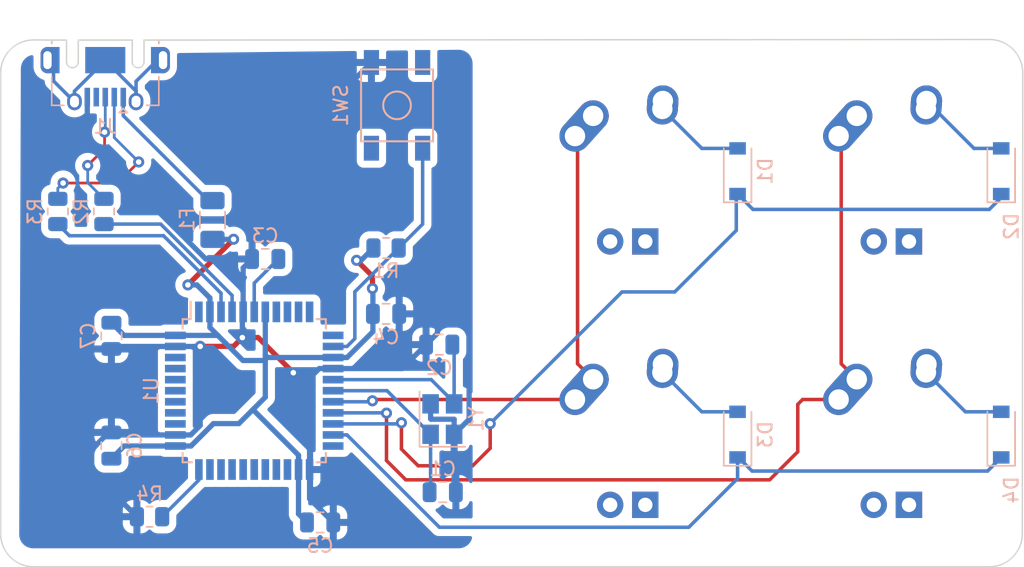
<source format=kicad_pcb>
(kicad_pcb (version 20211014) (generator pcbnew)
  (layers (0 "F.Cu" signal) (31 "B.Cu" signal) (34 "B.Paste" user) (35 "F.Paste" user) (36 "B.SilkS" user "B.Silkscreen") (37 "F.SilkS" user "F.Silkscreen") (38 "B.Mask" user) (39 "F.Mask" user) (44 "Edge.Cuts" user))
  (net 0 "")
  (net 1 "GND")
  (net 2 "Net-(C1-Pad2)")
  (net 3 "Net-(C2-Pad2)")
  (net 4 "Net-(C3-Pad1)")
  (net 5 "+5V")
  (net 6 "/ROW 0")
  (net 7 "Net-(D1-Pad2)")
  (net 8 "Net-(D2-Pad2)")
  (net 9 "/ROW 1")
  (net 10 "Net-(D3-Pad2)")
  (net 11 "Net-(D4-Pad2)")
  (net 12 "VCC")
  (net 13 "/COL 0")
  (net 14 "/COL 1")
  (net 15 "Net-(R1-Pad2)")
  (net 16 "/D+")
  (net 17 "Net-(R2-Pad2)")
  (net 18 "/D-")
  (net 19 "Net-(R3-Pad2)")
  (net 20 "Net-(R4-Pad1)")
  (net 44 "unconnected-(J1-Pad6)")
  (footprint "MX_Alps_Hybrid:MX-1U" (layer "F.Cu") (at 161.19475 87.28075)
    (fp_text reference "MX4")
    (fp_text value "MX-NoLED")
    (pad "" np_thru_hole circle locked (at 0 0) (size 3.9878 3.9878) (drill 3.9878) (layers *.Cu *.Mask))
    (pad "" np_thru_hole circle locked (at -5.08 0 48.0996) (size 1.75 1.75) (drill 1.75) (layers *.Cu *.Mask))
    (pad "" np_thru_hole circle locked (at 5.08 0 48.0996) (size 1.75 1.75) (drill 1.75) (layers *.Cu *.Mask))
    (pad "1" thru_hole circle locked (at -2.5 -4) (size 2.25 2.25) (drill 1.47) (layers *.Cu "B.Mask") (net 14 "/COL 1"))
    (pad "1" thru_hole oval locked (at -3.81 -2.54 48.0996) (size 4.211556 2.25) (drill 1.47 (offset 0.980778 0)) (layers *.Cu "B.Mask") (net 14 "/COL 1"))
    (pad "2" thru_hole circle locked (at 2.54 -5.08) (size 2.25 2.25) (drill 1.47) (layers *.Cu "B.Mask") (net 11 "Net-(D4-Pad2)"))
    (pad "2" thru_hole oval locked (at 2.5 -4.5 86.0548) (size 2.831378 2.25) (drill 1.47 (offset 0.290689 0)) (layers *.Cu "B.Mask") (net 11 "Net-(D4-Pad2)"))
    (pad "3" thru_hole circle locked (at -1.27 5.08) (size 1.905 1.905) (drill 1.04) (layers *.Cu "B.Mask"))
    (pad "4" thru_hole rect locked (at 1.27 5.08) (size 1.905 1.905) (drill 1.04) (layers *.Cu "B.Mask"))
  )
  (footprint "MX_Alps_Hybrid:MX-1U" (layer "F.Cu") (at 142.14475 87.28075)
    (fp_text reference "MX3")
    (fp_text value "MX-NoLED")
    (pad "" np_thru_hole circle locked (at -5.08 0 48.0996) (size 1.75 1.75) (drill 1.75) (layers *.Cu *.Mask))
    (pad "" np_thru_hole circle locked (at 5.08 0 48.0996) (size 1.75 1.75) (drill 1.75) (layers *.Cu *.Mask))
    (pad "" np_thru_hole circle locked (at 0 0) (size 3.9878 3.9878) (drill 3.9878) (layers *.Cu *.Mask))
    (pad "1" thru_hole circle locked (at -2.5 -4) (size 2.25 2.25) (drill 1.47) (layers *.Cu "B.Mask") (net 13 "/COL 0"))
    (pad "1" thru_hole oval locked (at -3.81 -2.54 48.0996) (size 4.211556 2.25) (drill 1.47 (offset 0.980778 0)) (layers *.Cu "B.Mask") (net 13 "/COL 0"))
    (pad "2" thru_hole circle locked (at 2.54 -5.08) (size 2.25 2.25) (drill 1.47) (layers *.Cu "B.Mask") (net 10 "Net-(D3-Pad2)"))
    (pad "2" thru_hole oval locked (at 2.5 -4.5 86.0548) (size 2.831378 2.25) (drill 1.47 (offset 0.290689 0)) (layers *.Cu "B.Mask") (net 10 "Net-(D3-Pad2)"))
    (pad "3" thru_hole circle locked (at -1.27 5.08) (size 1.905 1.905) (drill 1.04) (layers *.Cu "B.Mask"))
    (pad "4" thru_hole rect locked (at 1.27 5.08) (size 1.905 1.905) (drill 1.04) (layers *.Cu "B.Mask"))
  )
  (footprint "MX_Alps_Hybrid:MX-1U" (layer "F.Cu") (at 161.19475 68.23075)
    (fp_text reference "MX2")
    (fp_text value "MX-NoLED")
    (pad "" np_thru_hole circle locked (at 5.08 0 48.0996) (size 1.75 1.75) (drill 1.75) (layers *.Cu *.Mask))
    (pad "" np_thru_hole circle locked (at 0 0) (size 3.9878 3.9878) (drill 3.9878) (layers *.Cu *.Mask))
    (pad "" np_thru_hole circle locked (at -5.08 0 48.0996) (size 1.75 1.75) (drill 1.75) (layers *.Cu *.Mask))
    (pad "1" thru_hole oval locked (at -3.81 -2.54 48.0996) (size 4.211556 2.25) (drill 1.47 (offset 0.980778 0)) (layers *.Cu "B.Mask") (net 14 "/COL 1"))
    (pad "1" thru_hole circle locked (at -2.5 -4) (size 2.25 2.25) (drill 1.47) (layers *.Cu "B.Mask") (net 14 "/COL 1"))
    (pad "2" thru_hole circle locked (at 2.54 -5.08) (size 2.25 2.25) (drill 1.47) (layers *.Cu "B.Mask") (net 8 "Net-(D2-Pad2)"))
    (pad "2" thru_hole oval locked (at 2.5 -4.5 86.0548) (size 2.831378 2.25) (drill 1.47 (offset 0.290689 0)) (layers *.Cu "B.Mask") (net 8 "Net-(D2-Pad2)"))
    (pad "3" thru_hole circle locked (at -1.27 5.08) (size 1.905 1.905) (drill 1.04) (layers *.Cu "B.Mask"))
    (pad "4" thru_hole rect locked (at 1.27 5.08) (size 1.905 1.905) (drill 1.04) (layers *.Cu "B.Mask"))
  )
  (footprint "MX_Alps_Hybrid:MX-1U" (layer "F.Cu") (at 142.14475 68.23075)
    (fp_text reference "MX1")
    (fp_text value "MX-NoLED")
    (pad "" np_thru_hole circle locked (at 5.08 0 48.0996) (size 1.75 1.75) (drill 1.75) (layers *.Cu *.Mask))
    (pad "" np_thru_hole circle locked (at -5.08 0 48.0996) (size 1.75 1.75) (drill 1.75) (layers *.Cu *.Mask))
    (pad "" np_thru_hole circle locked (at 0 0) (size 3.9878 3.9878) (drill 3.9878) (layers *.Cu *.Mask))
    (pad "1" thru_hole oval locked (at -3.81 -2.54 48.0996) (size 4.211556 2.25) (drill 1.47 (offset 0.980778 0)) (layers *.Cu "B.Mask") (net 13 "/COL 0"))
    (pad "1" thru_hole circle locked (at -2.5 -4) (size 2.25 2.25) (drill 1.47) (layers *.Cu "B.Mask") (net 13 "/COL 0"))
    (pad "2" thru_hole oval locked (at 2.5 -4.5 86.0548) (size 2.831378 2.25) (drill 1.47 (offset 0.290689 0)) (layers *.Cu "B.Mask") (net 7 "Net-(D1-Pad2)"))
    (pad "2" thru_hole circle locked (at 2.54 -5.08) (size 2.25 2.25) (drill 1.47) (layers *.Cu "B.Mask") (net 7 "Net-(D1-Pad2)"))
    (pad "3" thru_hole circle locked (at -1.27 5.08) (size 1.905 1.905) (drill 1.04) (layers *.Cu "B.Mask"))
    (pad "4" thru_hole rect locked (at 1.27 5.08) (size 1.905 1.905) (drill 1.04) (layers *.Cu "B.Mask"))
  )
  (footprint "Capacitor_SMD:C_0805_2012Metric" (layer "B.Cu") (at 115.951 74.58075 180)
    (fp_text reference "C3" (at 0 1.68) (layer "B.SilkS") (effects (justify mirror)))
    (fp_text value "1uF")
    (fp_line (start -0.261252 0.735) (end 0.261252 0.735) (layer "B.SilkS") (width 0.12))
    (fp_line (start -0.261252 -0.735) (end 0.261252 -0.735) (layer "B.SilkS") (width 0.12))
    (pad "1" smd roundrect (at -0.95 0 180) (size 1 1.45) (layers "B.Cu" "B.Paste" "B.Mask") (net 4 "Net-(C3-Pad1)"))
    (pad "2" smd roundrect (at 0.95 0 180) (size 1 1.45) (layers "B.Cu" "B.Paste" "B.Mask") (net 1 "GND"))
  )
  (footprint "Capacitor_SMD:C_0805_2012Metric" (layer "B.Cu") (at 104.8385 88.0745 90)
    (fp_text reference "C6" (at 0 1.68 90) (layer "B.SilkS") (effects (justify mirror)))
    (fp_text value "0.1uF")
    (fp_line (start -0.261252 -0.735) (end 0.261252 -0.735) (layer "B.SilkS") (width 0.12))
    (fp_line (start -0.261252 0.735) (end 0.261252 0.735) (layer "B.SilkS") (width 0.12))
    (pad "1" smd roundrect (at -0.95 0 90) (size 1 1.45) (layers "B.Cu" "B.Paste" "B.Mask") (net 5 "+5V"))
    (pad "2" smd roundrect (at 0.95 0 90) (size 1 1.45) (layers "B.Cu" "B.Paste" "B.Mask") (net 1 "GND"))
  )
  (footprint "Capacitor_SMD:C_0805_2012Metric" (layer "B.Cu") (at 128.524 80.772)
    (fp_text reference "C2" (at 0 1.68) (layer "B.SilkS") (effects (justify mirror)))
    (fp_text value "22pF")
    (fp_line (start -0.261252 -0.735) (end 0.261252 -0.735) (layer "B.SilkS") (width 0.12))
    (fp_line (start -0.261252 0.735) (end 0.261252 0.735) (layer "B.SilkS") (width 0.12))
    (pad "1" smd roundrect (at -0.95 0) (size 1 1.45) (layers "B.Cu" "B.Paste" "B.Mask") (net 1 "GND"))
    (pad "2" smd roundrect (at 0.95 0) (size 1 1.45) (layers "B.Cu" "B.Paste" "B.Mask") (net 3 "Net-(C2-Pad2)"))
  )
  (footprint "Diode_SMD:D_SOD-123" (layer "B.Cu") (at 150.08225 68.23075 90)
    (fp_text reference "D1" (at 0 2 90) (layer "B.SilkS") (effects (justify mirror)))
    (fp_text value "D_Small")
    (fp_line (start -2.25 1) (end -2.25 -1) (layer "B.SilkS") (width 0.12))
    (fp_line (start -2.25 1) (end 1.65 1) (layer "B.SilkS") (width 0.12))
    (fp_line (start -2.25 -1) (end 1.65 -1) (layer "B.SilkS") (width 0.12))
    (pad "1" smd rect (at -1.65 0 90) (size 0.9 1.2) (layers "B.Cu" "B.Paste" "B.Mask") (net 6 "/ROW 0"))
    (pad "2" smd rect (at 1.65 0 90) (size 0.9 1.2) (layers "B.Cu" "B.Paste" "B.Mask") (net 7 "Net-(D1-Pad2)"))
  )
  (footprint "Package_QFP:TQFP-44_10x10mm_P0.8mm" (layer "B.Cu") (at 115.15725 84.10575 -90)
    (fp_text reference "U1" (at 0 7.45 90) (layer "B.SilkS") (effects (justify mirror)))
    (fp_text value "ATmega32U4-A")
    (fp_line (start -5.175 5.175) (end -5.175 4.6) (layer "B.SilkS") (width 0.15))
    (fp_line (start -5.175 4.6) (end -6.45 4.6) (layer "B.SilkS") (width 0.15))
    (fp_line (start 5.175 5.175) (end 5.175 4.5) (layer "B.SilkS") (width 0.15))
    (fp_line (start -5.175 5.175) (end -4.5 5.175) (layer "B.SilkS") (width 0.15))
    (fp_line (start -5.175 -5.175) (end -5.175 -4.5) (layer "B.SilkS") (width 0.15))
    (fp_line (start 5.175 -5.175) (end 5.175 -4.5) (layer "B.SilkS") (width 0.15))
    (fp_line (start -5.175 -5.175) (end -4.5 -5.175) (layer "B.SilkS") (width 0.15))
    (fp_line (start 5.175 -5.175) (end 4.5 -5.175) (layer "B.SilkS") (width 0.15))
    (fp_line (start 5.175 5.175) (end 4.5 5.175) (layer "B.SilkS") (width 0.15))
    (pad "1" smd rect (at -5.7 4 270) (size 1.5 0.55) (layers "B.Cu" "B.Paste" "B.Mask"))
    (pad "2" smd rect (at -5.7 3.2 270) (size 1.5 0.55) (layers "B.Cu" "B.Paste" "B.Mask") (net 5 "+5V"))
    (pad "3" smd rect (at -5.7 2.4 270) (size 1.5 0.55) (layers "B.Cu" "B.Paste" "B.Mask") (net 19 "Net-(R3-Pad2)"))
    (pad "4" smd rect (at -5.7 1.6 270) (size 1.5 0.55) (layers "B.Cu" "B.Paste" "B.Mask") (net 17 "Net-(R2-Pad2)"))
    (pad "5" smd rect (at -5.7 0.8 270) (size 1.5 0.55) (layers "B.Cu" "B.Paste" "B.Mask") (net 1 "GND"))
    (pad "6" smd rect (at -5.7 0 270) (size 1.5 0.55) (layers "B.Cu" "B.Paste" "B.Mask") (net 4 "Net-(C3-Pad1)"))
    (pad "7" smd rect (at -5.7 -0.8 270) (size 1.5 0.55) (layers "B.Cu" "B.Paste" "B.Mask") (net 5 "+5V"))
    (pad "8" smd rect (at -5.7 -1.6 270) (size 1.5 0.55) (layers "B.Cu" "B.Paste" "B.Mask"))
    (pad "9" smd rect (at -5.7 -2.4 270) (size 1.5 0.55) (layers "B.Cu" "B.Paste" "B.Mask"))
    (pad "10" smd rect (at -5.7 -3.2 270) (size 1.5 0.55) (layers "B.Cu" "B.Paste" "B.Mask"))
    (pad "11" smd rect (at -5.7 -4 270) (size 1.5 0.55) (layers "B.Cu" "B.Paste" "B.Mask"))
    (pad "12" smd rect (at -4 -5.7 180) (size 1.5 0.55) (layers "B.Cu" "B.Paste" "B.Mask"))
    (pad "13" smd rect (at -3.2 -5.7 180) (size 1.5 0.55) (layers "B.Cu" "B.Paste" "B.Mask") (net 15 "Net-(R1-Pad2)"))
    (pad "14" smd rect (at -2.4 -5.7 180) (size 1.5 0.55) (layers "B.Cu" "B.Paste" "B.Mask") (net 5 "+5V"))
    (pad "15" smd rect (at -1.6 -5.7 180) (size 1.5 0.55) (layers "B.Cu" "B.Paste" "B.Mask") (net 1 "GND"))
    (pad "16" smd rect (at -0.8 -5.7 180) (size 1.5 0.55) (layers "B.Cu" "B.Paste" "B.Mask") (net 3 "Net-(C2-Pad2)"))
    (pad "17" smd rect (at 0 -5.7 180) (size 1.5 0.55) (layers "B.Cu" "B.Paste" "B.Mask") (net 2 "Net-(C1-Pad2)"))
    (pad "18" smd rect (at 0.8 -5.7 180) (size 1.5 0.55) (layers "B.Cu" "B.Paste" "B.Mask") (net 13 "/COL 0"))
    (pad "19" smd rect (at 1.6 -5.7 180) (size 1.5 0.55) (layers "B.Cu" "B.Paste" "B.Mask") (net 14 "/COL 1"))
    (pad "20" smd rect (at 2.4 -5.7 180) (size 1.5 0.55) (layers "B.Cu" "B.Paste" "B.Mask") (net 6 "/ROW 0"))
    (pad "21" smd rect (at 3.2 -5.7 180) (size 1.5 0.55) (layers "B.Cu" "B.Paste" "B.Mask") (net 9 "/ROW 1"))
    (pad "22" smd rect (at 4 -5.7 180) (size 1.5 0.55) (layers "B.Cu" "B.Paste" "B.Mask"))
    (pad "23" smd rect (at 5.7 -4 270) (size 1.5 0.55) (layers "B.Cu" "B.Paste" "B.Mask") (net 1 "GND"))
    (pad "24" smd rect (at 5.7 -3.2 270) (size 1.5 0.55) (layers "B.Cu" "B.Paste" "B.Mask") (net 5 "+5V"))
    (pad "25" smd rect (at 5.7 -2.4 270) (size 1.5 0.55) (layers "B.Cu" "B.Paste" "B.Mask"))
    (pad "26" smd rect (at 5.7 -1.6 270) (size 1.5 0.55) (layers "B.Cu" "B.Paste" "B.Mask"))
    (pad "27" smd rect (at 5.7 -0.8 270) (size 1.5 0.55) (layers "B.Cu" "B.Paste" "B.Mask"))
    (pad "28" smd rect (at 5.7 0 270) (size 1.5 0.55) (layers "B.Cu" "B.Paste" "B.Mask"))
    (pad "29" smd rect (at 5.7 0.8 270) (size 1.5 0.55) (layers "B.Cu" "B.Paste" "B.Mask"))
    (pad "30" smd rect (at 5.7 1.6 270) (size 1.5 0.55) (layers "B.Cu" "B.Paste" "B.Mask"))
    (pad "31" smd rect (at 5.7 2.4 270) (size 1.5 0.55) (layers "B.Cu" "B.Paste" "B.Mask"))
    (pad "32" smd rect (at 5.7 3.2 270) (size 1.5 0.55) (layers "B.Cu" "B.Paste" "B.Mask"))
    (pad "33" smd rect (at 5.7 4 270) (size 1.5 0.55) (layers "B.Cu" "B.Paste" "B.Mask") (net 20 "Net-(R4-Pad1)"))
    (pad "34" smd rect (at 4 5.7 180) (size 1.5 0.55) (layers "B.Cu" "B.Paste" "B.Mask") (net 5 "+5V"))
    (pad "35" smd rect (at 3.2 5.7 180) (size 1.5 0.55) (layers "B.Cu" "B.Paste" "B.Mask") (net 1 "GND"))
    (pad "36" smd rect (at 2.4 5.7 180) (size 1.5 0.55) (layers "B.Cu" "B.Paste" "B.Mask"))
    (pad "37" smd rect (at 1.6 5.7 180) (size 1.5 0.55) (layers "B.Cu" "B.Paste" "B.Mask"))
    (pad "38" smd rect (at 0.8 5.7 180) (size 1.5 0.55) (layers "B.Cu" "B.Paste" "B.Mask"))
    (pad "39" smd rect (at 0 5.7 180) (size 1.5 0.55) (layers "B.Cu" "B.Paste" "B.Mask"))
    (pad "40" smd rect (at -0.8 5.7 180) (size 1.5 0.55) (layers "B.Cu" "B.Paste" "B.Mask"))
    (pad "41" smd rect (at -1.6 5.7 180) (size 1.5 0.55) (layers "B.Cu" "B.Paste" "B.Mask"))
    (pad "42" smd rect (at -2.4 5.7 180) (size 1.5 0.55) (layers "B.Cu" "B.Paste" "B.Mask"))
    (pad "43" smd rect (at -3.2 5.7 180) (size 1.5 0.55) (layers "B.Cu" "B.Paste" "B.Mask") (net 1 "GND"))
    (pad "44" smd rect (at -4 5.7 180) (size 1.5 0.55) (layers "B.Cu" "B.Paste" "B.Mask") (net 5 "+5V"))
  )
  (footprint "Capacitor_SMD:C_0805_2012Metric" (layer "B.Cu") (at 128.778 91.44 180)
    (fp_text reference "C1" (at 0 1.68) (layer "B.SilkS") (effects (justify mirror)))
    (fp_text value "22pF")
    (fp_line (start -0.261252 -0.735) (end 0.261252 -0.735) (layer "B.SilkS") (width 0.12))
    (fp_line (start -0.261252 0.735) (end 0.261252 0.735) (layer "B.SilkS") (width 0.12))
    (pad "1" smd roundrect (at -0.95 0 180) (size 1 1.45) (layers "B.Cu" "B.Paste" "B.Mask") (net 1 "GND"))
    (pad "2" smd roundrect (at 0.95 0 180) (size 1 1.45) (layers "B.Cu" "B.Paste" "B.Mask") (net 2 "Net-(C1-Pad2)"))
  )
  (footprint "Capacitor_SMD:C_0805_2012Metric" (layer "B.Cu") (at 104.8385 80.137 -90)
    (fp_text reference "C7" (at 0 1.68 90) (layer "B.SilkS") (effects (justify mirror)))
    (fp_text value "10uF")
    (fp_line (start -0.261252 -0.735) (end 0.261252 -0.735) (layer "B.SilkS") (width 0.12))
    (fp_line (start -0.261252 0.735) (end 0.261252 0.735) (layer "B.SilkS") (width 0.12))
    (pad "1" smd roundrect (at -0.95 0 270) (size 1 1.45) (layers "B.Cu" "B.Paste" "B.Mask") (net 5 "+5V"))
    (pad "2" smd roundrect (at 0.95 0 270) (size 1 1.45) (layers "B.Cu" "B.Paste" "B.Mask") (net 1 "GND"))
  )
  (footprint "Diode_SMD:D_SOD-123" (layer "B.Cu") (at 169.13225 87.28075 90)
    (fp_text reference "D4" (at -4.0005 0.73025 90) (layer "B.SilkS") (effects (justify mirror)))
    (fp_text value "D_Small")
    (fp_line (start -2.25 1) (end 1.65 1) (layer "B.SilkS") (width 0.12))
    (fp_line (start -2.25 -1) (end 1.65 -1) (layer "B.SilkS") (width 0.12))
    (fp_line (start -2.25 1) (end -2.25 -1) (layer "B.SilkS") (width 0.12))
    (pad "1" smd rect (at -1.65 0 90) (size 0.9 1.2) (layers "B.Cu" "B.Paste" "B.Mask") (net 9 "/ROW 1"))
    (pad "2" smd rect (at 1.65 0 90) (size 0.9 1.2) (layers "B.Cu" "B.Paste" "B.Mask") (net 11 "Net-(D4-Pad2)"))
  )
  (footprint "Random-keyboard-parts:SKQG-1155865" (layer "B.Cu") (at 125.476 63.46825 90)
    (fp_text reference "SW1" (at 0 -4.064 90) (layer "B.SilkS") (effects (justify mirror)))
    (fp_text value "SW_Push")
    (fp_line (start 2.6 -2.6) (end -2.6 -2.6) (layer "B.SilkS") (width 0.15))
    (fp_line (start -2.6 2.6) (end 2.6 2.6) (layer "B.SilkS") (width 0.15))
    (fp_line (start 2.6 2.6) (end 2.6 -2.6) (layer "B.SilkS") (width 0.15))
    (fp_line (start -2.6 -2.6) (end -2.6 2.6) (layer "B.SilkS") (width 0.15))
    (fp_circle (center 0 0) (end 1 0) (layer "B.SilkS") (width 0.15) (fill none))
    (pad "1" smd rect locked (at 3.1 -1.85 90) (size 1.8 1.1) (layers "B.Cu" "B.Paste" "B.Mask") (net 1 "GND"))
    (pad "2" smd rect locked (at -3.1 1.85 90) (size 1.8 1.1) (layers "B.Cu" "B.Paste" "B.Mask") (net 15 "Net-(R1-Pad2)"))
    (pad "3" smd rect locked (at 3.1 1.85 90) (size 1.8 1.1) (layers "B.Cu" "B.Paste" "B.Mask"))
    (pad "4" smd rect locked (at -3.1 -1.85 90) (size 1.8 1.1) (layers "B.Cu" "B.Paste" "B.Mask"))
  )
  (footprint "Diode_SMD:D_SOD-123" (layer "B.Cu") (at 169.13225 68.23075 90)
    (fp_text reference "D2" (at -4.0005 0.73025 90) (layer "B.SilkS") (effects (justify mirror)))
    (fp_text value "D_Small")
    (fp_line (start -2.25 -1) (end 1.65 -1) (layer "B.SilkS") (width 0.12))
    (fp_line (start -2.25 1) (end 1.65 1) (layer "B.SilkS") (width 0.12))
    (fp_line (start -2.25 1) (end -2.25 -1) (layer "B.SilkS") (width 0.12))
    (pad "1" smd rect (at -1.65 0 90) (size 0.9 1.2) (layers "B.Cu" "B.Paste" "B.Mask") (net 6 "/ROW 0"))
    (pad "2" smd rect (at 1.65 0 90) (size 0.9 1.2) (layers "B.Cu" "B.Paste" "B.Mask") (net 8 "Net-(D2-Pad2)"))
  )
  (footprint "Capacitor_SMD:C_0805_2012Metric" (layer "B.Cu") (at 119.91975 93.63075)
    (fp_text reference "C5" (at 0 1.68) (layer "B.SilkS") (effects (justify mirror)))
    (fp_text value "0.1uF")
    (fp_line (start -0.261252 0.735) (end 0.261252 0.735) (layer "B.SilkS") (width 0.12))
    (fp_line (start -0.261252 -0.735) (end 0.261252 -0.735) (layer "B.SilkS") (width 0.12))
    (pad "1" smd roundrect (at -0.95 0) (size 1 1.45) (layers "B.Cu" "B.Paste" "B.Mask") (net 5 "+5V"))
    (pad "2" smd roundrect (at 0.95 0) (size 1 1.45) (layers "B.Cu" "B.Paste" "B.Mask") (net 1 "GND"))
  )
  (footprint "Resistor_SMD:R_0805_2012Metric" (layer "B.Cu") (at 104.29875 71.1435 -90)
    (fp_text reference "R2" (at 0 1.65 90) (layer "B.SilkS") (effects (justify mirror)))
    (fp_text value "22")
    (fp_line (start -0.227064 0.735) (end 0.227064 0.735) (layer "B.SilkS") (width 0.12))
    (fp_line (start -0.227064 -0.735) (end 0.227064 -0.735) (layer "B.SilkS") (width 0.12))
    (pad "1" smd roundrect (at -0.9125 0 270) (size 1.025 1.4) (layers "B.Cu" "B.Paste" "B.Mask") (roundrect_rratio 0.243902439) (net 16 "/D+"))
    (pad "2" smd roundrect (at 0.9125 0 270) (size 1.025 1.4) (layers "B.Cu" "B.Paste" "B.Mask") (roundrect_rratio 0.243902439) (net 17 "Net-(R2-Pad2)"))
  )
  (footprint "Diode_SMD:D_SOD-123" (layer "B.Cu") (at 150.08225 87.28075 90)
    (fp_text reference "D3" (at 0 2 90) (layer "B.SilkS") (effects (justify mirror)))
    (fp_text value "D_Small")
    (fp_line (start -2.25 1) (end -2.25 -1) (layer "B.SilkS") (width 0.12))
    (fp_line (start -2.25 -1) (end 1.65 -1) (layer "B.SilkS") (width 0.12))
    (fp_line (start -2.25 1) (end 1.65 1) (layer "B.SilkS") (width 0.12))
    (pad "1" smd rect (at -1.65 0 90) (size 0.9 1.2) (layers "B.Cu" "B.Paste" "B.Mask") (net 9 "/ROW 1"))
    (pad "2" smd rect (at 1.65 0 90) (size 0.9 1.2) (layers "B.Cu" "B.Paste" "B.Mask") (net 10 "Net-(D3-Pad2)"))
  )
  (footprint "Fuse:Fuse_1206_3216Metric" (layer "B.Cu") (at 112.141 71.758 -90)
    (fp_text reference "F1" (at 0 1.82 90) (layer "B.SilkS") (effects (justify mirror)))
    (fp_text value "500mA")
    (fp_line (start -0.602064 0.91) (end 0.602064 0.91) (layer "B.SilkS") (width 0.12))
    (fp_line (start -0.602064 -0.91) (end 0.602064 -0.91) (layer "B.SilkS") (width 0.12))
    (pad "1" smd roundrect (at -1.4 0 270) (size 1.25 1.75) (layers "B.Cu" "B.Paste" "B.Mask") (roundrect_rratio 0.2) (net 12 "VCC"))
    (pad "2" smd roundrect (at 1.4 0 270) (size 1.25 1.75) (layers "B.Cu" "B.Paste" "B.Mask") (roundrect_rratio 0.2) (net 5 "+5V"))
  )
  (footprint "Crystal:Crystal_SMD_3225-4Pin_3.2x2.5mm" (layer "B.Cu") (at 128.751 86.15825 90)
    (fp_text reference "Y1" (at 0 2.45 90) (layer "B.SilkS") (effects (justify mirror)))
    (fp_text value "16MHz")
    (fp_line (start -2 1.65) (end -2 -1.65) (layer "B.SilkS") (width 0.12))
    (fp_line (start -2 -1.65) (end 2 -1.65) (layer "B.SilkS") (width 0.12))
    (pad "1" smd rect (at -1.1 -0.85 90) (size 1.4 1.2) (layers "B.Cu" "B.Paste" "B.Mask") (net 2 "Net-(C1-Pad2)"))
    (pad "2" smd rect (at 1.1 -0.85 90) (size 1.4 1.2) (layers "B.Cu" "B.Paste" "B.Mask") (net 1 "GND"))
    (pad "3" smd rect (at 1.1 0.85 90) (size 1.4 1.2) (layers "B.Cu" "B.Paste" "B.Mask") (net 3 "Net-(C2-Pad2)"))
    (pad "4" smd rect (at -1.1 0.85 90) (size 1.4 1.2) (layers "B.Cu" "B.Paste" "B.Mask") (net 1 "GND"))
  )
  (footprint "Capacitor_SMD:C_0805_2012Metric" (layer "B.Cu") (at 124.68225 78.5495)
    (fp_text reference "C4" (at 0 1.68) (layer "B.SilkS") (effects (justify mirror)))
    (fp_text value "0.1uF")
    (fp_line (start -0.261252 0.735) (end 0.261252 0.735) (layer "B.SilkS") (width 0.12))
    (fp_line (start -0.261252 -0.735) (end 0.261252 -0.735) (layer "B.SilkS") (width 0.12))
    (pad "1" smd roundrect (at -0.95 0) (size 1 1.45) (layers "B.Cu" "B.Paste" "B.Mask") (net 5 "+5V"))
    (pad "2" smd roundrect (at 0.95 0) (size 1 1.45) (layers "B.Cu" "B.Paste" "B.Mask") (net 1 "GND"))
  )
  (footprint "Resistor_SMD:R_0805_2012Metric" (layer "B.Cu") (at 124.68225 73.787)
    (fp_text reference "R1" (at 0 1.65) (layer "B.SilkS") (effects (justify mirror)))
    (fp_text value "10k")
    (fp_line (start -0.227064 0.735) (end 0.227064 0.735) (layer "B.SilkS") (width 0.12))
    (fp_line (start -0.227064 -0.735) (end 0.227064 -0.735) (layer "B.SilkS") (width 0.12))
    (pad "1" smd roundrect (at -0.9125 0) (size 1.025 1.4) (layers "B.Cu" "B.Paste" "B.Mask") (roundrect_rratio 0.243902439) (net 5 "+5V"))
    (pad "2" smd roundrect (at 0.9125 0) (size 1.025 1.4) (layers "B.Cu" "B.Paste" "B.Mask") (roundrect_rratio 0.243902439) (net 15 "Net-(R1-Pad2)"))
  )
  (footprint "Resistor_SMD:R_0805_2012Metric" (layer "B.Cu") (at 107.5925 93.218 180)
    (fp_text reference "R4" (at 0 1.65) (layer "B.SilkS") (effects (justify mirror)))
    (fp_text value "10k")
    (fp_line (start -0.227064 0.735) (end 0.227064 0.735) (layer "B.SilkS") (width 0.12))
    (fp_line (start -0.227064 -0.735) (end 0.227064 -0.735) (layer "B.SilkS") (width 0.12))
    (pad "1" smd roundrect (at -0.9125 0 180) (size 1.025 1.4) (layers "B.Cu" "B.Paste" "B.Mask") (roundrect_rratio 0.243902439) (net 20 "Net-(R4-Pad1)"))
    (pad "2" smd roundrect (at 0.9125 0 180) (size 1.025 1.4) (layers "B.Cu" "B.Paste" "B.Mask") (roundrect_rratio 0.243902439) (net 1 "GND"))
  )
  (footprint "Connector_USB:USB_Micro-AB_Molex_47590-0001" (layer "B.Cu") (at 104.394 60.198)
    (fp_text reference "J1" (at 0 4.8) (layer "B.SilkS") (effects (justify mirror)))
    (fp_text value "USB_B_Micro")
    (fp_line (start 1.3 3.5) (end 1 3.8) (layer "B.SilkS") (width 0.12))
    (fp_line (start 1.3 3.5) (end 1.6 3.8) (layer "B.SilkS") (width 0.12))
    (fp_line (start -3.87 3.27) (end -3.87 1.2) (layer "B.SilkS") (width 0.12))
    (fp_line (start -3.87 -1.2) (end -3.87 -1.45) (layer "B.SilkS") (width 0.12))
    (fp_line (start 3.87 -1.2) (end 3.87 -1.45) (layer "B.SilkS") (width 0.12))
    (fp_line (start -3.87 3.27) (end -3 3.27) (layer "B.SilkS") (width 0.12))
    (fp_line (start 3 3.27) (end 3.87 3.27) (layer "B.SilkS") (width 0.12))
    (fp_line (start 3.87 3.27) (end 3.87 1.2) (layer "B.SilkS") (width 0.12))
    (fp_line (start 1 3.8) (end 1.6 3.8) (layer "B.SilkS") (width 0.12))
    (fp_line (start -1.95 0.125) (end -1.95 -1.45) (layer "Edge.Cuts") (width 0.1))
    (fp_line (start 2.8 0.125) (end 2.8 -1.45) (layer "Edge.Cuts") (width 0.1))
    (fp_line (start 1.95 0.125) (end 1.95 -1.45) (layer "Edge.Cuts") (width 0.1))
    (fp_line (start -3.75 -1.45) (end -2.8 -1.45) (layer "Edge.Cuts") (width 0.1))
    (fp_line (start -1.95 -1.45) (end 1.95 -1.45) (layer "Edge.Cuts") (width 0.1))
    (fp_line (start 2.8 -1.45) (end 3.75 -1.45) (layer "Edge.Cuts") (width 0.1))
    (fp_line (start -2.8 0.125) (end -2.8 -1.45) (layer "Edge.Cuts") (width 0.1))
    (fp_arc (start -1.95 0.125) (mid -2.375 0.55) (end -2.8 0.125) (layer "Edge.Cuts") (width 0.1))
    (fp_arc (start 2.8 0.125) (mid 2.375 0.55) (end 1.95 0.125) (layer "Edge.Cuts") (width 0.1))
    (pad "1" smd rect (at 1.3 2.675) (size 0.4 1.35) (layers "B.Cu" "B.Paste" "B.Mask") (net 12 "VCC"))
    (pad "2" smd rect (at 0.65 2.675) (size 0.4 1.35) (layers "B.Cu" "B.Paste" "B.Mask") (net 18 "/D-"))
    (pad "3" smd rect (at 0 2.675) (size 0.4 1.35) (layers "B.Cu" "B.Paste" "B.Mask") (net 16 "/D+"))
    (pad "4" smd rect (at -0.65 2.675) (size 0.4 1.35) (layers "B.Cu" "B.Paste" "B.Mask"))
    (pad "5" smd rect (at -1.3 2.675) (size 0.4 1.35) (layers "B.Cu" "B.Paste" "B.Mask") (net 1 "GND"))
    (pad "6" smd rect (at 0 0) (size 2.9 1.9) (layers "B.Cu" "B.Paste" "B.Mask") (net 44 "unconnected-(J1-Pad6)"))
    (pad "6" smd rect (at 3.7375 0) (size 0.875 1.9) (layers "B.Cu" "B.Mask") (net 44 "unconnected-(J1-Pad6)"))
    (pad "6" thru_hole oval (at -2.225 3) (size 1.05 1.25) (drill oval 0.65 0.85) (layers *.Cu *.Mask) (net 44 "unconnected-(J1-Pad6)"))
    (pad "6" thru_hole oval (at -4.175 0) (size 1 1.9) (drill oval 0.6 1.3) (layers *.Cu *.Mask) (net 44 "unconnected-(J1-Pad6)"))
    (pad "6" smd rect (at -3.7375 0) (size 0.875 1.9) (layers "B.Cu" "B.Mask") (net 44 "unconnected-(J1-Pad6)"))
    (pad "6" thru_hole oval (at 4.175 0) (size 1 1.9) (drill oval 0.6 1.3) (layers *.Cu *.Mask) (net 44 "unconnected-(J1-Pad6)"))
    (pad "6" thru_hole oval (at 2.225 3) (size 1.05 1.25) (drill oval 0.65 0.85) (layers *.Cu *.Mask) (net 44 "unconnected-(J1-Pad6)"))
  )
  (footprint "Resistor_SMD:R_0805_2012Metric" (layer "B.Cu") (at 100.965 71.1435 -90)
    (fp_text reference "R3" (at 0 1.65 90) (layer "B.SilkS") (effects (justify mirror)))
    (fp_text value "22")
    (fp_line (start -0.227064 0.735) (end 0.227064 0.735) (layer "B.SilkS") (width 0.12))
    (fp_line (start -0.227064 -0.735) (end 0.227064 -0.735) (layer "B.SilkS") (width 0.12))
    (pad "1" smd roundrect (at -0.9125 0 270) (size 1.025 1.4) (layers "B.Cu" "B.Paste" "B.Mask") (roundrect_rratio 0.243902439) (net 18 "/D-"))
    (pad "2" smd roundrect (at 0.9125 0 270) (size 1.025 1.4) (layers "B.Cu" "B.Paste" "B.Mask") (roundrect_rratio 0.243902439) (net 19 "Net-(R3-Pad2)"))
  )
  (gr_arc (start 170.65625 94.45625) (mid 169.958798 96.140048) (end 168.275 96.8375) (layer "Edge.Cuts") (width 0.1))
  (gr_line (start 168.275 58.70575) (end 108.144 58.748) (layer "Edge.Cuts") (width 0.1))
  (gr_arc (start 168.275 58.70575) (mid 169.981249 59.412501) (end 170.688 61.11875) (layer "Edge.Cuts") (width 0.1))
  (gr_arc (start 96.8375 61.11875) (mid 97.534952 59.434952) (end 99.21875 58.7375) (layer "Edge.Cuts") (width 0.1))
  (gr_line (start 99.21875 58.7375) (end 100.644 58.748) (layer "Edge.Cuts") (width 0.1))
  (gr_arc (start 99.21875 96.8375) (mid 97.534952 96.140048) (end 96.8375 94.45625) (layer "Edge.Cuts") (width 0.1))
  (gr_line (start 96.8375 61.11875) (end 96.8375 94.45625) (layer "Edge.Cuts") (width 0.1))
  (gr_line (start 170.688 61.11875) (end 170.65625 94.45625) (layer "Edge.Cuts") (width 0.1))
  (gr_line (start 168.275 96.8375) (end 99.21875 96.8375) (layer "Edge.Cuts") (width 0.1))
  (segment (start 111.252 80.899) (end 113.665 80.899) (width 0.381) (layer "F.Cu") (net 1))
  (segment (start 117.983 82.804) (end 115.443 80.264) (width 0.381) (layer "F.Cu") (net 1))
  (segment (start 113.665 80.899) (end 114.3 80.264) (width 0.381) (layer "F.Cu") (net 1))
  (segment (start 115.443 80.264) (end 114.3 80.264) (width 0.381) (layer "F.Cu") (net 1))
  (via (at 111.252 80.899) (size 0.8) (drill 0.4) (layers "F.Cu" "B.Cu") (net 1))
  (via (at 117.983 82.804) (size 0.8) (drill 0.4) (layers "F.Cu" "B.Cu") (net 1))
  (via (at 114.3 80.264) (size 0.8) (drill 0.4) (layers "F.Cu" "B.Cu") (net 1))
  (segment (start 111.658626 74.58075) (end 103.094 66.016124) (width 0.381) (layer "B.Cu") (net 1))
  (segment (start 129.601 91.313) (end 129.601 87.25825) (width 0.381) (layer "B.Cu") (net 1))
  (segment (start 102.997 89.535) (end 106.68 93.218) (width 0.381) (layer "B.Cu") (net 1))
  (segment (start 130.683 86.17625) (end 129.601 87.25825) (width 0.381) (layer "B.Cu") (net 1))
  (segment (start 125.63225 78.5495) (end 125.63225 79.63825) (width 0.381) (layer "B.Cu") (net 1))
  (segment (start 109.45725 80.90575) (end 111.24525 80.90575) (width 0.381) (layer "B.Cu") (net 1))
  (segment (start 114.3 80.264) (end 114.3 78.463) (width 0.381) (layer "B.Cu") (net 1))
  (segment (start 114.35725 75.2245) (end 114.35725 78.40575) (width 0.381) (layer "B.Cu") (net 1))
  (segment (start 130.683 79.375) (end 130.683 86.17625) (width 0.381) (layer "B.Cu") (net 1))
  (segment (start 128.397 79.949) (end 128.397 79.121) (width 0.381) (layer "B.Cu") (net 1))
  (segment (start 128.397 79.121) (end 130.429 79.121) (width 0.381) (layer "B.Cu") (net 1))
  (segment (start 129.728 91.44) (end 129.601 91.313) (width 0.381) (layer "B.Cu") (net 1))
  (segment (start 115.001 68.99325) (end 123.626 60.36825) (width 0.381) (layer "B.Cu") (net 1))
  (segment (start 127.574 80.772) (end 128.397 79.949) (width 0.381) (layer "B.Cu") (net 1))
  (segment (start 104.8385 87.1245) (end 105.01975 87.30575) (width 0.381) (layer "B.Cu") (net 1))
  (segment (start 129.591989 86.168239) (end 129.601 86.17725) (width 0.381) (layer "B.Cu") (net 1))
  (segment (start 119.15725 91.91825) (end 119.15725 89.80575) (width 0.381) (layer "B.Cu") (net 1))
  (segment (start 129.601 86.17725) (end 129.601 87.25825) (width 0.381) (layer "B.Cu") (net 1))
  (segment (start 109.45725 87.30575) (end 110.56727 87.30575) (width 0.381) (layer "B.Cu") (net 1))
  (segment (start 119.852228 82.50575) (end 120.85725 82.50575) (width 0.381) (layer "B.Cu") (net 1))
  (segment (start 109.45725 80.90575) (end 105.01975 80.90575) (width 0.381) (layer "B.Cu") (net 1))
  (segment (start 119.15725 83.200728) (end 118.379728 83.200728) (width 0.381) (layer "B.Cu") (net 1))
  (segment (start 127.901 85.05825) (end 127.901 86.13925) (width 0.381) (layer "B.Cu") (net 1))
  (segment (start 122.76475 82.50575) (end 120.85725 82.50575) (width 0.381) (layer "B.Cu") (net 1))
  (segment (start 115.001 74.58075) (end 115.001 68.99325) (width 0.381) (layer "B.Cu") (net 1))
  (segment (start 127.901 86.13925) (end 127.929989 86.168239) (width 0.381) (layer "B.Cu") (net 1))
  (segment (start 105.01975 80.90575) (end 104.8385 81.087) (width 0.381) (layer "B.Cu") (net 1))
  (segment (start 114.3 78.463) (end 114.35725 78.40575) (width 0.381) (layer "B.Cu") (net 1))
  (segment (start 130.429 79.121) (end 130.683 79.375) (width 0.381) (layer "B.Cu") (net 1))
  (segment (start 119.15725 83.200728) (end 119.852228 82.50575) (width 0.381) (layer "B.Cu") (net 1))
  (segment (start 125.63225 79.63825) (end 122.76475 82.50575) (width 0.381) (layer "B.Cu") (net 1))
  (segment (start 105.01975 87.30575) (end 109.45725 87.30575) (width 0.381) (layer "B.Cu") (net 1))
  (segment (start 111.24525 80.90575) (end 111.252 80.899) (width 0.381) (layer "B.Cu") (net 1))
  (segment (start 104.8385 87.1245) (end 104.6455 87.1245) (width 0.381) (layer "B.Cu") (net 1))
  (segment (start 115.001 74.58075) (end 114.35725 75.2245) (width 0.381) (layer "B.Cu") (net 1))
  (segment (start 120.86975 93.63075) (end 119.15725 91.91825) (width 0.381) (layer "B.Cu") (net 1))
  (segment (start 111.252 86.62102) (end 111.252 80.899) (width 0.381) (layer "B.Cu") (net 1))
  (segment (start 115.001 74.58075) (end 111.658626 74.58075) (width 0.381) (layer "B.Cu") (net 1))
  (segment (start 118.379728 83.200728) (end 117.983 82.804) (width 0.381) (layer "B.Cu") (net 1))
  (segment (start 127.929989 86.168239) (end 129.591989 86.168239) (width 0.381) (layer "B.Cu") (net 1))
  (segment (start 125.84025 82.50575) (end 122.76475 82.50575) (width 0.381) (layer "B.Cu") (net 1))
  (segment (start 110.56727 87.30575) (end 111.252 86.62102) (width 0.381) (layer "B.Cu") (net 1))
  (segment (start 127.574 80.772) (end 125.84025 82.50575) (width 0.381) (layer "B.Cu") (net 1))
  (segment (start 103.094 66.016124) (end 103.094 62.895) (width 0.381) (layer "B.Cu") (net 1))
  (segment (start 102.997 88.773) (end 102.997 89.535) (width 0.381) (layer "B.Cu") (net 1))
  (segment (start 104.6455 87.1245) (end 102.997 88.773) (width 0.381) (layer "B.Cu") (net 1))
  (segment (start 119.15725 89.80575) (end 119.15725 83.200728) (width 0.381) (layer "B.Cu") (net 1))
  (segment (start 124.7485 84.10575) (end 120.85725 84.10575) (width 0.254) (layer "B.Cu") (net 2))
  (segment (start 127.828 91.44) (end 127.901 91.367) (width 0.254) (layer "B.Cu") (net 2))
  (segment (start 127.901 91.367) (end 127.901 87.25825) (width 0.254) (layer "B.Cu") (net 2))
  (segment (start 127.901 87.25825) (end 124.7485 84.10575) (width 0.254) (layer "B.Cu") (net 2))
  (segment (start 129.601 84.95825) (end 127.9485 83.30575) (width 0.254) (layer "B.Cu") (net 3))
  (segment (start 129.474 80.772) (end 129.601 80.899) (width 0.254) (layer "B.Cu") (net 3))
  (segment (start 129.601 85.05825) (end 129.601 84.95825) (width 0.254) (layer "B.Cu") (net 3))
  (segment (start 127.9485 83.30575) (end 120.85725 83.30575) (width 0.254) (layer "B.Cu") (net 3))
  (segment (start 129.601 80.899) (end 129.601 85.05825) (width 0.254) (layer "B.Cu") (net 3))
  (segment (start 116.901 74.58075) (end 115.15725 76.3245) (width 0.254) (layer "B.Cu") (net 4))
  (segment (start 115.15725 76.3245) (end 115.15725 78.40575) (width 0.254) (layer "B.Cu") (net 4))
  (segment (start 123.699589 75.820589) (end 122.555 74.676) (width 0.381) (layer "F.Cu") (net 5))
  (segment (start 113.665 73.152) (end 110.363 76.454) (width 0.381) (layer "F.Cu") (net 5))
  (segment (start 123.699589 76.709589) (end 123.699589 75.820589) (width 0.381) (layer "F.Cu") (net 5))
  (via (at 110.363 76.454) (size 0.8) (drill 0.4) (layers "F.Cu" "B.Cu") (net 5))
  (via (at 113.665 73.152) (size 0.8) (drill 0.4) (layers "F.Cu" "B.Cu") (net 5))
  (via (at 123.699589 76.709589) (size 0.8) (drill 0.4) (layers "F.Cu" "B.Cu") (net 5))
  (via (at 122.555 74.676) (size 0.8) (drill 0.4) (layers "F.Cu" "B.Cu") (net 5))
  (segment (start 112.52625 80.10575) (end 112.53975 80.11925) (width 0.381) (layer "B.Cu") (net 5))
  (segment (start 111.95725 77.400728) (end 111.95725 78.40575) (width 0.381) (layer "B.Cu") (net 5))
  (segment (start 123.73225 79.835772) (end 121.862272 81.70575) (width 0.381) (layer "B.Cu") (net 5))
  (segment (start 118.35725 89.80575) (end 118.35725 88.76625) (width 0.381) (layer "B.Cu") (net 5))
  (segment (start 118.96975 93.63075) (end 118.35725 93.01825) (width 0.381) (layer "B.Cu") (net 5))
  (segment (start 109.45725 80.10575) (end 112.52625 80.10575) (width 0.381) (layer "B.Cu") (net 5))
  (segment (start 123.73225 76.74225) (end 123.699589 76.709589) (width 0.381) (layer "B.Cu") (net 5))
  (segment (start 112.141 73.158) (end 113.659 73.158) (width 0.381) (layer "B.Cu") (net 5))
  (segment (start 105.75725 80.10575) (end 109.45725 80.10575) (width 0.381) (layer "B.Cu") (net 5))
  (segment (start 105.75725 88.10575) (end 104.8385 89.0245) (width 0.381) (layer "B.Cu") (net 5))
  (segment (start 104.8385 79.187) (end 105.75725 80.10575) (width 0.381) (layer "B.Cu") (net 5))
  (segment (start 109.45725 88.10575) (end 110.58825 88.10575) (width 0.381) (layer "B.Cu") (net 5))
  (segment (start 115.95725 81.54025) (end 115.95725 78.40575) (width 0.381) (layer "B.Cu") (net 5))
  (segment (start 111.010522 76.454) (end 111.95725 77.400728) (width 0.381) (layer "B.Cu") (net 5))
  (segment (start 120.85725 81.70575) (end 116.12275 81.70575) (width 0.381) (layer "B.Cu") (net 5))
  (segment (start 121.862272 81.70575) (end 120.85725 81.70575) (width 0.381) (layer "B.Cu") (net 5))
  (segment (start 114.046 86.487) (end 115.062 85.471) (width 0.381) (layer "B.Cu") (net 5))
  (segment (start 109.45725 88.10575) (end 105.75725 88.10575) (width 0.381) (layer "B.Cu") (net 5))
  (segment (start 115.95725 84.57575) (end 115.95725 81.92125) (width 0.381) (layer "B.Cu") (net 5))
  (segment (start 123.73225 78.5495) (end 123.73225 76.74225) (width 0.381) (layer "B.Cu") (net 5))
  (segment (start 113.659 73.158) (end 113.665 73.152) (width 0.381) (layer "B.Cu") (net 5))
  (segment (start 123.73225 78.5495) (end 123.73225 79.835772) (width 0.381) (layer "B.Cu") (net 5))
  (segment (start 114.34175 81.92125) (end 115.95725 81.92125) (width 0.381) (layer "B.Cu") (net 5))
  (segment (start 122.88075 74.676) (end 123.76975 73.787) (width 0.381) (layer "B.Cu") (net 5))
  (segment (start 122.555 74.676) (end 122.88075 74.676) (width 0.381) (layer "B.Cu") (net 5))
  (segment (start 118.35725 88.76625) (end 115.062 85.471) (width 0.381) (layer "B.Cu") (net 5))
  (segment (start 112.53975 80.11925) (end 114.34175 81.92125) (width 0.381) (layer "B.Cu") (net 5))
  (segment (start 110.58825 88.10575) (end 112.207 86.487) (width 0.381) (layer "B.Cu") (net 5))
  (segment (start 110.363 76.454) (end 111.010522 76.454) (width 0.381) (layer "B.Cu") (net 5))
  (segment (start 112.207 86.487) (end 114.046 86.487) (width 0.381) (layer "B.Cu") (net 5))
  (segment (start 115.95725 81.92125) (end 115.95725 81.54025) (width 0.381) (layer "B.Cu") (net 5))
  (segment (start 116.12275 81.70575) (end 115.95725 81.54025) (width 0.381) (layer "B.Cu") (net 5))
  (segment (start 118.35725 93.01825) (end 118.35725 89.80575) (width 0.381) (layer "B.Cu") (net 5))
  (segment (start 111.95725 78.40575) (end 111.95725 79.53675) (width 0.381) (layer "B.Cu") (net 5))
  (segment (start 115.062 85.471) (end 115.95725 84.57575) (width 0.381) (layer "B.Cu") (net 5))
  (segment (start 111.95725 79.53675) (end 112.53975 80.11925) (width 0.381) (layer "B.Cu") (net 5))
  (segment (start 127 89.535) (end 130.937 89.535) (width 0.254) (layer "F.Cu") (net 6))
  (segment (start 125.793492 86.423508) (end 125.793492 88.328492) (width 0.254) (layer "F.Cu") (net 6))
  (segment (start 125.793492 88.328492) (end 127 89.535) (width 0.254) (layer "F.Cu") (net 6))
  (segment (start 130.937 89.535) (end 132.207 88.265) (width 0.254) (layer "F.Cu") (net 6))
  (segment (start 132.207 88.265) (end 132.207 86.487) (width 0.254) (layer "F.Cu") (net 6))
  (via (at 132.207 86.487) (size 0.8) (drill 0.4) (layers "F.Cu" "B.Cu") (net 6))
  (via (at 125.793492 86.423508) (size 0.8) (drill 0.4) (layers "F.Cu" "B.Cu") (net 6))
  (segment (start 151.1945 70.993) (end 150.08225 69.88075) (width 0.254) (layer "B.Cu") (net 6))
  (segment (start 149.987 69.976) (end 150.08225 69.88075) (width 0.254) (layer "B.Cu") (net 6))
  (segment (start 141.732 76.962) (end 145.542 76.962) (width 0.254) (layer "B.Cu") (net 6))
  (segment (start 125.71125 86.50575) (end 125.793492 86.423508) (width 0.254) (layer "B.Cu") (net 6))
  (segment (start 149.987 72.517) (end 149.987 72.136) (width 0.254) (layer "B.Cu") (net 6))
  (segment (start 120.85725 86.50575) (end 125.71125 86.50575) (width 0.254) (layer "B.Cu") (net 6))
  (segment (start 132.207 86.487) (end 141.732 76.962) (width 0.254) (layer "B.Cu") (net 6))
  (segment (start 145.542 76.962) (end 149.987 72.517) (width 0.254) (layer "B.Cu") (net 6))
  (segment (start 168.275 70.993) (end 151.1945 70.993) (width 0.254) (layer "B.Cu") (net 6))
  (segment (start 169.13225 70.13575) (end 168.275 70.993) (width 0.254) (layer "B.Cu") (net 6))
  (segment (start 149.987 72.136) (end 149.987 69.976) (width 0.254) (layer "B.Cu") (net 6))
  (segment (start 169.13225 69.88075) (end 169.13225 70.13575) (width 0.254) (layer "B.Cu") (net 6))
  (segment (start 147.49475 66.58075) (end 144.64475 63.73075) (width 0.254) (layer "B.Cu") (net 7))
  (segment (start 150.08225 66.58075) (end 147.49475 66.58075) (width 0.254) (layer "B.Cu") (net 7))
  (segment (start 167.16475 66.58075) (end 163.73475 63.15075) (width 0.254) (layer "B.Cu") (net 8))
  (segment (start 169.13225 66.58075) (end 167.16475 66.58075) (width 0.254) (layer "B.Cu") (net 8))
  (segment (start 151.13 89.916) (end 168.147 89.916) (width 0.254) (layer "B.Cu") (net 9))
  (segment (start 128.5355 93.98) (end 146.558 93.98) (width 0.254) (layer "B.Cu") (net 9))
  (segment (start 120.85725 87.30575) (end 121.86125 87.30575) (width 0.254) (layer "B.Cu") (net 9))
  (segment (start 150.14475 88.93075) (end 151.13 89.916) (width 0.254) (layer "B.Cu") (net 9))
  (segment (start 150.08225 88.93075) (end 150.14475 88.93075) (width 0.254) (layer "B.Cu") (net 9))
  (segment (start 121.86125 87.30575) (end 128.5355 93.98) (width 0.254) (layer "B.Cu") (net 9))
  (segment (start 168.147 89.916) (end 169.13225 88.93075) (width 0.254) (layer "B.Cu") (net 9))
  (segment (start 146.558 93.98) (end 150.08225 90.45575) (width 0.254) (layer "B.Cu") (net 9))
  (segment (start 150.08225 90.45575) (end 150.08225 88.93075) (width 0.254) (layer "B.Cu") (net 9))
  (segment (start 150.08225 85.63075) (end 147.49475 85.63075) (width 0.254) (layer "B.Cu") (net 10))
  (segment (start 147.49475 85.63075) (end 144.64475 82.78075) (width 0.254) (layer "B.Cu") (net 10))
  (segment (start 166.54475 85.63075) (end 163.69475 82.78075) (width 0.254) (layer "B.Cu") (net 11))
  (segment (start 169.13225 85.63075) (end 166.54475 85.63075) (width 0.254) (layer "B.Cu") (net 11))
  (segment (start 105.694 64.212231) (end 105.694 62.895) (width 0.254) (layer "B.Cu") (net 12))
  (segment (start 111.839769 70.358) (end 105.694 64.212231) (width 0.254) (layer "B.Cu") (net 12))
  (segment (start 123.79325 84.74075) (end 138.33475 84.74075) (width 0.254) (layer "F.Cu") (net 13))
  (segment (start 138.51975 65.87575) (end 138.33475 65.69075) (width 0.254) (layer "F.Cu") (net 13))
  (segment (start 139.64475 83.28075) (end 138.51975 82.15575) (width 0.254) (layer "F.Cu") (net 13))
  (segment (start 123.698 84.836) (end 123.79325 84.74075) (width 0.254) (layer "F.Cu") (net 13))
  (segment (start 138.51975 82.15575) (end 138.51975 65.87575) (width 0.254) (layer "F.Cu") (net 13))
  (via (at 123.698 84.836) (size 0.8) (drill 0.4) (layers "F.Cu" "B.Cu") (net 13))
  (segment (start 123.62825 84.90575) (end 123.698 84.836) (width 0.254) (layer "B.Cu") (net 13))
  (segment (start 120.85725 84.90575) (end 123.62825 84.90575) (width 0.254) (layer "B.Cu") (net 13))
  (segment (start 154.432 85.09) (end 154.78125 84.74075) (width 0.254) (layer "F.Cu") (net 14))
  (segment (start 124.714 85.725) (end 124.714 89.154) (width 0.254) (layer "F.Cu") (net 14))
  (segment (start 158.69475 83.28075) (end 157.56975 82.15575) (width 0.254) (layer "F.Cu") (net 14))
  (segment (start 154.432 88.519) (end 154.432 85.09) (width 0.254) (layer "F.Cu") (net 14))
  (segment (start 126.111 90.551) (end 152.4 90.551) (width 0.254) (layer "F.Cu") (net 14))
  (segment (start 157.56975 65.87575) (end 157.38475 65.69075) (width 0.254) (layer "F.Cu") (net 14))
  (segment (start 154.78125 84.74075) (end 157.38475 84.74075) (width 0.254) (layer "F.Cu") (net 14))
  (segment (start 157.56975 82.15575) (end 157.56975 65.87575) (width 0.254) (layer "F.Cu") (net 14))
  (segment (start 152.4 90.551) (end 154.432 88.519) (width 0.254) (layer "F.Cu") (net 14))
  (segment (start 124.714 89.154) (end 126.111 90.551) (width 0.254) (layer "F.Cu") (net 14))
  (via (at 124.714 85.725) (size 0.8) (drill 0.4) (layers "F.Cu" "B.Cu") (net 14))
  (segment (start 124.69475 85.70575) (end 124.714 85.725) (width 0.254) (layer "B.Cu") (net 14))
  (segment (start 120.85725 85.70575) (end 124.69475 85.70575) (width 0.254) (layer "B.Cu") (net 14))
  (segment (start 122.428 76.95375) (end 125.59475 73.787) (width 0.254) (layer "B.Cu") (net 15))
  (segment (start 127.326 72.05575) (end 127.326 66.56825) (width 0.254) (layer "B.Cu") (net 15))
  (segment (start 125.59475 73.787) (end 127.326 72.05575) (width 0.254) (layer "B.Cu") (net 15))
  (segment (start 120.85725 80.90575) (end 121.86125 80.90575) (width 0.254) (layer "B.Cu") (net 15))
  (segment (start 121.86125 80.90575) (end 122.428 80.339) (width 0.254) (layer "B.Cu") (net 15))
  (segment (start 122.428 80.339) (end 122.428 76.95375) (width 0.254) (layer "B.Cu") (net 15))
  (segment (start 104.3445 66.5975) (end 104.3445 65.405) (width 0.2) (layer "F.Cu") (net 16))
  (segment (start 103.124 67.818) (end 104.3445 66.5975) (width 0.2) (layer "F.Cu") (net 16))
  (via (at 104.3445 65.405) (size 0.8) (drill 0.4) (layers "F.Cu" "B.Cu") (net 16))
  (via (at 103.124 67.818) (size 0.8) (drill 0.4) (layers "F.Cu" "B.Cu") (net 16))
  (segment (start 103.124 69.05625) (end 103.124 67.818) (width 0.2) (layer "B.Cu") (net 16))
  (segment (start 104.394 65.3555) (end 104.394 62.895) (width 0.2) (layer "B.Cu") (net 16))
  (segment (start 104.3445 65.405) (end 104.394 65.3555) (width 0.2) (layer "B.Cu") (net 16))
  (segment (start 104.29875 70.231) (end 103.124 69.05625) (width 0.2) (layer "B.Cu") (net 16))
  (segment (start 108.4027 72.056) (end 113.55725 77.21055) (width 0.254) (layer "B.Cu") (net 17))
  (segment (start 113.55725 77.21055) (end 113.55725 78.40575) (width 0.254) (layer "B.Cu") (net 17))
  (segment (start 104.29875 72.056) (end 108.4027 72.056) (width 0.254) (layer "B.Cu") (net 17))
  (segment (start 101.346 69.088) (end 105.283 69.088) (width 0.2) (layer "F.Cu") (net 18))
  (segment (start 105.283 69.088) (end 106.807 67.564) (width 0.2) (layer "F.Cu") (net 18))
  (via (at 101.346 69.088) (size 0.8) (drill 0.4) (layers "F.Cu" "B.Cu") (net 18))
  (via (at 106.807 67.564) (size 0.8) (drill 0.4) (layers "F.Cu" "B.Cu") (net 18))
  (segment (start 106.807 67.564) (end 105.044 65.801) (width 0.2) (layer "B.Cu") (net 18))
  (segment (start 105.044 65.801) (end 105.044 62.895) (width 0.2) (layer "B.Cu") (net 18))
  (segment (start 100.965 70.231) (end 100.965 69.469) (width 0.2) (layer "B.Cu") (net 18))
  (segment (start 100.965 69.469) (end 101.346 69.088) (width 0.2) (layer "B.Cu") (net 18))
  (segment (start 108.603326 72.898) (end 112.75725 77.051924) (width 0.254) (layer "B.Cu") (net 19))
  (segment (start 101.807 72.898) (end 108.603326 72.898) (width 0.254) (layer "B.Cu") (net 19))
  (segment (start 112.75725 77.051924) (end 112.75725 78.40575) (width 0.254) (layer "B.Cu") (net 19))
  (segment (start 100.965 72.056) (end 101.807 72.898) (width 0.254) (layer "B.Cu") (net 19))
  (segment (start 108.505 93.218) (end 111.15725 90.56575) (width 0.254) (layer "B.Cu") (net 20))
  (segment (start 111.15725 90.56575) (end 111.15725 89.80575) (width 0.254) (layer "B.Cu") (net 20))
  (segment (start 102.169 63.22) (end 102.169 62.445) (width 0.254) (layer "B.Cu") (net 44))
  (segment (start 104.394 60.22) (end 106.619 62.445) (width 0.254) (layer "B.Cu") (net 44))
  (segment (start 100.6565 60.22) (end 100.6565 61.7075) (width 0.254) (layer "B.Cu") (net 44))
  (segment (start 100.6565 61.7075) (end 102.169 63.22) (width 0.254) (layer "B.Cu") (net 44))
  (segment (start 106.619 62.445) (end 106.619 63.22) (width 0.254) (layer "B.Cu") (net 44))
  (segment (start 106.619 61.7325) (end 108.1315 60.22) (width 0.254) (layer "B.Cu") (net 44))
  (segment (start 106.619 63.22) (end 106.619 61.7325) (width 0.254) (layer "B.Cu") (net 44))
  (segment (start 102.169 62.445) (end 104.394 60.22) (width 0.254) (layer "B.Cu") (net 44))
  (zone (net 1) (net_name "GND") (layer "B.Cu") (connect_pads (clearance 0.508)) (min_thickness 0.254) (fill yes (thermal_gap 0.508) (thermal_bridge_width 0.508) (smoothing fillet) (radius 1))
    (polygon (pts (xy 130.937 95.504) (xy 98.171 95.504) (xy 98.298 59.817) (xy 130.937 59.436)))
  )
)
</source>
